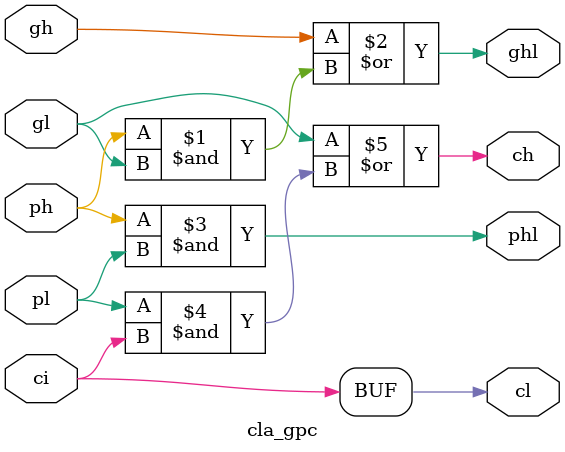
<source format=v>


module cla_gpc (
    input             gh,
    input             ph,
    input             gl,
    input             pl,
    input             ci,

    output            ghl,
    output            phl,
    output            ch,
    output            cl
);

assign ghl = gh | ph & gl;
assign phl = ph & pl;
assign ch = gl | pl & ci;
assign cl = ci;

endmodule

</source>
